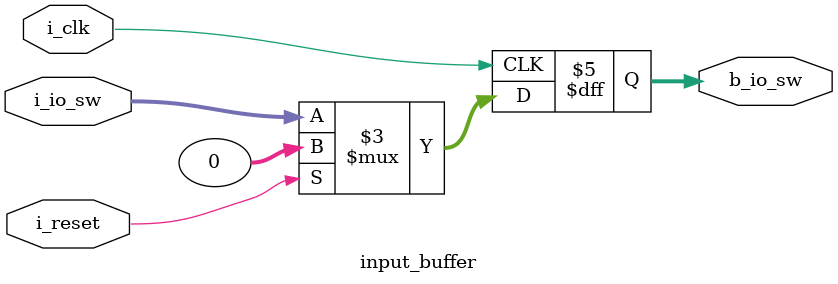
<source format=sv>
module input_buffer(
  input  logic        i_clk,         // Clock
  input  logic        i_reset,       // Active-low reset
  input  logic [31:0] i_io_sw,       // Switch inputs (asynchronous)
  output logic [31:0] b_io_sw        // Buffered switch values (synchronized)
);

  // Synchronize inputs on clock edge
  always @(posedge i_clk) begin
    if (i_reset) begin
      b_io_sw <= 32'd0;
    end else begin
      b_io_sw <= i_io_sw;            // Register input
    end
  end

endmodule

</source>
